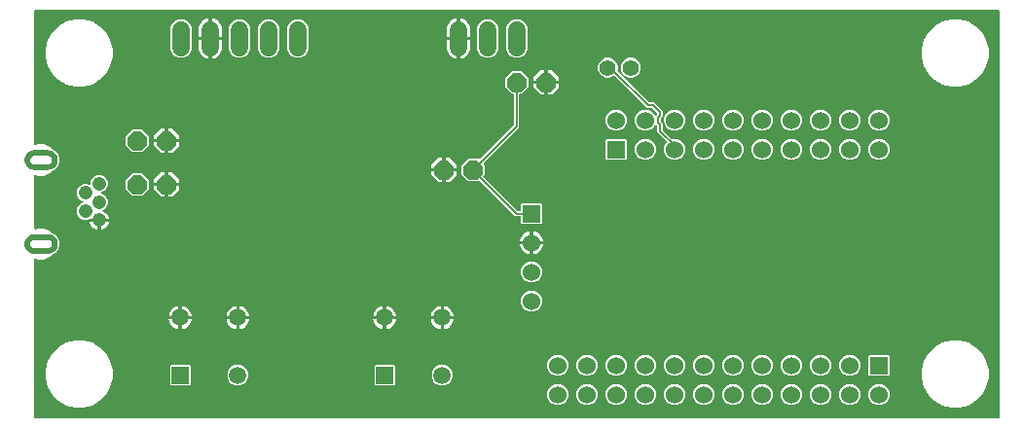
<source format=gbr>
G04 EAGLE Gerber RS-274X export*
G75*
%MOMM*%
%FSLAX34Y34*%
%LPD*%
%INBottom Copper*%
%IPPOS*%
%AMOC8*
5,1,8,0,0,1.08239X$1,22.5*%
G01*
%ADD10C,1.422400*%
%ADD11C,1.208000*%
%ADD12C,1.524000*%
%ADD13R,1.524000X1.524000*%
%ADD14C,1.524000*%
%ADD15R,1.508000X1.508000*%
%ADD16C,1.508000*%
%ADD17P,1.814519X8X22.500000*%
%ADD18P,1.814519X8X202.500000*%
%ADD19C,0.152400*%

G36*
X850920Y11942D02*
X850920Y11942D01*
X850939Y11940D01*
X851041Y11962D01*
X851143Y11979D01*
X851160Y11988D01*
X851180Y11992D01*
X851269Y12045D01*
X851360Y12094D01*
X851374Y12108D01*
X851391Y12118D01*
X851458Y12197D01*
X851530Y12272D01*
X851538Y12290D01*
X851551Y12305D01*
X851590Y12401D01*
X851633Y12495D01*
X851635Y12515D01*
X851643Y12533D01*
X851661Y12700D01*
X851661Y366778D01*
X851658Y366798D01*
X851660Y366817D01*
X851638Y366919D01*
X851621Y367021D01*
X851612Y367038D01*
X851608Y367058D01*
X851555Y367147D01*
X851506Y367238D01*
X851492Y367252D01*
X851482Y367269D01*
X851403Y367336D01*
X851328Y367408D01*
X851310Y367416D01*
X851295Y367429D01*
X851199Y367468D01*
X851105Y367511D01*
X851085Y367513D01*
X851067Y367521D01*
X850900Y367539D01*
X12700Y367539D01*
X12680Y367536D01*
X12661Y367538D01*
X12559Y367516D01*
X12457Y367500D01*
X12440Y367490D01*
X12420Y367486D01*
X12331Y367433D01*
X12240Y367384D01*
X12226Y367370D01*
X12209Y367360D01*
X12142Y367281D01*
X12070Y367206D01*
X12062Y367188D01*
X12049Y367173D01*
X12010Y367077D01*
X11967Y366983D01*
X11965Y366963D01*
X11957Y366945D01*
X11939Y366778D01*
X11939Y250666D01*
X11946Y250621D01*
X11944Y250575D01*
X11966Y250500D01*
X11979Y250423D01*
X12000Y250383D01*
X12013Y250339D01*
X12057Y250275D01*
X12094Y250206D01*
X12127Y250174D01*
X12153Y250137D01*
X12215Y250090D01*
X12272Y250037D01*
X12314Y250017D01*
X12350Y249990D01*
X12424Y249966D01*
X12495Y249933D01*
X12541Y249928D01*
X12584Y249914D01*
X12662Y249914D01*
X12739Y249906D01*
X12784Y249916D01*
X12830Y249916D01*
X12962Y249954D01*
X12980Y249958D01*
X12984Y249961D01*
X12991Y249963D01*
X15063Y250821D01*
X20497Y250821D01*
X25518Y248741D01*
X27787Y246472D01*
X27870Y246412D01*
X27950Y246348D01*
X27974Y246338D01*
X27987Y246328D01*
X28018Y246319D01*
X28089Y246288D01*
X28136Y246233D01*
X28200Y246148D01*
X28214Y246139D01*
X28225Y246126D01*
X28364Y246031D01*
X28610Y245900D01*
X28626Y245894D01*
X28639Y245885D01*
X28742Y245855D01*
X28843Y245820D01*
X28859Y245820D01*
X28875Y245815D01*
X28973Y245814D01*
X29296Y245549D01*
X29316Y245537D01*
X29420Y245466D01*
X29789Y245269D01*
X29822Y245209D01*
X29869Y245113D01*
X29881Y245101D01*
X29889Y245087D01*
X30006Y244966D01*
X30222Y244789D01*
X30236Y244781D01*
X30248Y244769D01*
X30342Y244720D01*
X30435Y244666D01*
X30451Y244663D01*
X30466Y244655D01*
X30562Y244635D01*
X30827Y244312D01*
X30844Y244296D01*
X30932Y244207D01*
X31256Y243941D01*
X31276Y243876D01*
X31304Y243772D01*
X31313Y243758D01*
X31318Y243742D01*
X31409Y243602D01*
X31586Y243386D01*
X31599Y243375D01*
X31608Y243361D01*
X31691Y243294D01*
X31771Y243224D01*
X31787Y243217D01*
X31800Y243207D01*
X31890Y243168D01*
X32086Y242800D01*
X32101Y242781D01*
X32169Y242676D01*
X32435Y242352D01*
X32442Y242284D01*
X32449Y242178D01*
X32455Y242162D01*
X32457Y242145D01*
X32520Y241990D01*
X32651Y241744D01*
X32661Y241730D01*
X32667Y241714D01*
X32736Y241633D01*
X32801Y241548D01*
X32815Y241539D01*
X32825Y241526D01*
X32906Y241471D01*
X33027Y241071D01*
X33038Y241050D01*
X33084Y240933D01*
X33282Y240564D01*
X33275Y240496D01*
X33261Y240390D01*
X33265Y240374D01*
X33263Y240357D01*
X33294Y240192D01*
X33375Y239925D01*
X33382Y239910D01*
X33385Y239893D01*
X33436Y239800D01*
X33483Y239704D01*
X33495Y239692D01*
X33503Y239677D01*
X33572Y239607D01*
X33612Y239192D01*
X33619Y239169D01*
X33642Y239046D01*
X33763Y238645D01*
X33744Y238579D01*
X33709Y238478D01*
X33709Y238461D01*
X33705Y238445D01*
X33703Y238278D01*
X33718Y238124D01*
X33732Y238071D01*
X33736Y238017D01*
X33763Y237953D01*
X33781Y237886D01*
X33811Y237841D01*
X33832Y237791D01*
X33837Y237785D01*
X33845Y237735D01*
X33865Y237697D01*
X33820Y237235D01*
X33821Y237211D01*
X33820Y237085D01*
X33865Y236629D01*
X33855Y236612D01*
X33844Y236559D01*
X33824Y236509D01*
X33823Y236501D01*
X33793Y236460D01*
X33778Y236409D01*
X33752Y236360D01*
X33730Y236253D01*
X33721Y236225D01*
X33721Y236214D01*
X33718Y236196D01*
X33703Y236042D01*
X33704Y236026D01*
X33700Y236009D01*
X33711Y235903D01*
X33718Y235797D01*
X33725Y235781D01*
X33726Y235765D01*
X33763Y235674D01*
X33642Y235274D01*
X33638Y235251D01*
X33612Y235128D01*
X33571Y234712D01*
X33528Y234658D01*
X33458Y234578D01*
X33452Y234563D01*
X33441Y234549D01*
X33375Y234395D01*
X33294Y234128D01*
X33292Y234111D01*
X33285Y234096D01*
X33275Y233990D01*
X33261Y233884D01*
X33265Y233868D01*
X33263Y233851D01*
X33281Y233755D01*
X33084Y233387D01*
X33077Y233364D01*
X33027Y233249D01*
X32906Y232848D01*
X32853Y232804D01*
X32768Y232740D01*
X32759Y232726D01*
X32746Y232715D01*
X32651Y232577D01*
X32520Y232330D01*
X32514Y232314D01*
X32504Y232301D01*
X32475Y232199D01*
X32440Y232098D01*
X32440Y232081D01*
X32435Y232065D01*
X32434Y231967D01*
X32169Y231644D01*
X32157Y231624D01*
X32155Y231619D01*
X32143Y231607D01*
X32136Y231592D01*
X32086Y231520D01*
X31889Y231151D01*
X31829Y231118D01*
X31733Y231071D01*
X31721Y231059D01*
X31707Y231051D01*
X31586Y230934D01*
X31409Y230718D01*
X31401Y230704D01*
X31389Y230692D01*
X31340Y230598D01*
X31286Y230505D01*
X31283Y230489D01*
X31275Y230474D01*
X31255Y230378D01*
X30932Y230113D01*
X30916Y230095D01*
X30827Y230008D01*
X30561Y229684D01*
X30496Y229664D01*
X30392Y229636D01*
X30378Y229627D01*
X30362Y229622D01*
X30222Y229531D01*
X30006Y229354D01*
X29995Y229341D01*
X29981Y229332D01*
X29914Y229249D01*
X29844Y229169D01*
X29837Y229153D01*
X29827Y229140D01*
X29788Y229050D01*
X29420Y228854D01*
X29401Y228839D01*
X29296Y228771D01*
X28972Y228505D01*
X28904Y228498D01*
X28798Y228491D01*
X28782Y228485D01*
X28765Y228483D01*
X28610Y228420D01*
X28363Y228289D01*
X28350Y228279D01*
X28334Y228273D01*
X28253Y228204D01*
X28168Y228139D01*
X28159Y228126D01*
X28146Y228115D01*
X28088Y228030D01*
X28012Y227993D01*
X27918Y227953D01*
X27898Y227937D01*
X27884Y227930D01*
X27861Y227907D01*
X27787Y227848D01*
X25518Y225579D01*
X20497Y223499D01*
X15063Y223499D01*
X12991Y224357D01*
X12947Y224368D01*
X12905Y224387D01*
X12828Y224396D01*
X12752Y224413D01*
X12706Y224409D01*
X12661Y224414D01*
X12584Y224398D01*
X12507Y224390D01*
X12465Y224372D01*
X12420Y224362D01*
X12353Y224322D01*
X12282Y224290D01*
X12248Y224259D01*
X12209Y224236D01*
X12159Y224177D01*
X12101Y224124D01*
X12079Y224084D01*
X12049Y224049D01*
X12020Y223977D01*
X11983Y223908D01*
X11974Y223863D01*
X11957Y223821D01*
X11942Y223685D01*
X11939Y223666D01*
X11940Y223661D01*
X11939Y223654D01*
X11939Y177666D01*
X11946Y177621D01*
X11944Y177575D01*
X11966Y177500D01*
X11979Y177423D01*
X12000Y177383D01*
X12013Y177339D01*
X12057Y177275D01*
X12094Y177206D01*
X12127Y177174D01*
X12153Y177137D01*
X12215Y177090D01*
X12272Y177037D01*
X12314Y177017D01*
X12350Y176990D01*
X12424Y176966D01*
X12495Y176933D01*
X12541Y176928D01*
X12584Y176914D01*
X12662Y176914D01*
X12739Y176906D01*
X12784Y176916D01*
X12830Y176916D01*
X12962Y176954D01*
X12980Y176958D01*
X12984Y176961D01*
X12991Y176963D01*
X15063Y177821D01*
X20497Y177821D01*
X25518Y175741D01*
X27787Y173472D01*
X27870Y173412D01*
X27950Y173348D01*
X27974Y173338D01*
X27987Y173328D01*
X28018Y173319D01*
X28089Y173288D01*
X28136Y173233D01*
X28200Y173148D01*
X28214Y173139D01*
X28225Y173126D01*
X28364Y173031D01*
X28610Y172900D01*
X28626Y172894D01*
X28639Y172885D01*
X28742Y172855D01*
X28843Y172820D01*
X28859Y172820D01*
X28875Y172815D01*
X28973Y172814D01*
X29296Y172549D01*
X29316Y172537D01*
X29420Y172466D01*
X29786Y172271D01*
X29812Y172227D01*
X29822Y172209D01*
X29869Y172113D01*
X29881Y172101D01*
X29889Y172087D01*
X30006Y171966D01*
X30222Y171789D01*
X30236Y171781D01*
X30248Y171769D01*
X30342Y171720D01*
X30435Y171666D01*
X30451Y171663D01*
X30466Y171655D01*
X30562Y171635D01*
X30827Y171312D01*
X30828Y171311D01*
X30828Y171310D01*
X30845Y171296D01*
X30932Y171207D01*
X31256Y170941D01*
X31276Y170876D01*
X31304Y170772D01*
X31313Y170758D01*
X31318Y170742D01*
X31409Y170602D01*
X31586Y170386D01*
X31599Y170375D01*
X31608Y170361D01*
X31691Y170294D01*
X31771Y170224D01*
X31787Y170217D01*
X31800Y170207D01*
X31890Y170168D01*
X32086Y169800D01*
X32101Y169781D01*
X32169Y169676D01*
X32435Y169352D01*
X32442Y169284D01*
X32449Y169178D01*
X32455Y169162D01*
X32457Y169145D01*
X32520Y168990D01*
X32651Y168744D01*
X32661Y168730D01*
X32667Y168714D01*
X32736Y168633D01*
X32801Y168548D01*
X32815Y168539D01*
X32825Y168526D01*
X32906Y168471D01*
X33027Y168071D01*
X33038Y168050D01*
X33084Y167933D01*
X33282Y167564D01*
X33275Y167496D01*
X33261Y167390D01*
X33265Y167374D01*
X33263Y167357D01*
X33294Y167192D01*
X33375Y166925D01*
X33382Y166910D01*
X33385Y166893D01*
X33436Y166800D01*
X33483Y166704D01*
X33495Y166692D01*
X33503Y166677D01*
X33572Y166607D01*
X33612Y166192D01*
X33619Y166169D01*
X33642Y166046D01*
X33763Y165645D01*
X33744Y165579D01*
X33709Y165478D01*
X33709Y165461D01*
X33705Y165445D01*
X33703Y165278D01*
X33718Y165124D01*
X33732Y165071D01*
X33736Y165017D01*
X33763Y164953D01*
X33781Y164886D01*
X33811Y164841D01*
X33832Y164791D01*
X33837Y164785D01*
X33845Y164735D01*
X33865Y164697D01*
X33820Y164235D01*
X33821Y164211D01*
X33821Y164155D01*
X33820Y164149D01*
X33821Y164147D01*
X33820Y164085D01*
X33865Y163629D01*
X33855Y163612D01*
X33844Y163559D01*
X33824Y163509D01*
X33823Y163501D01*
X33793Y163460D01*
X33778Y163409D01*
X33752Y163360D01*
X33730Y163253D01*
X33721Y163225D01*
X33721Y163214D01*
X33718Y163196D01*
X33703Y163042D01*
X33704Y163026D01*
X33700Y163009D01*
X33711Y162903D01*
X33718Y162797D01*
X33725Y162781D01*
X33726Y162765D01*
X33763Y162674D01*
X33642Y162274D01*
X33638Y162251D01*
X33612Y162128D01*
X33571Y161712D01*
X33528Y161658D01*
X33458Y161578D01*
X33452Y161563D01*
X33441Y161549D01*
X33375Y161395D01*
X33294Y161128D01*
X33292Y161111D01*
X33285Y161096D01*
X33275Y160990D01*
X33261Y160884D01*
X33265Y160868D01*
X33263Y160851D01*
X33281Y160755D01*
X33084Y160387D01*
X33076Y160364D01*
X33027Y160249D01*
X32906Y159848D01*
X32853Y159804D01*
X32768Y159740D01*
X32759Y159726D01*
X32746Y159715D01*
X32651Y159576D01*
X32520Y159330D01*
X32514Y159315D01*
X32505Y159301D01*
X32475Y159198D01*
X32440Y159098D01*
X32440Y159081D01*
X32435Y159065D01*
X32434Y158967D01*
X32169Y158644D01*
X32157Y158623D01*
X32086Y158520D01*
X31889Y158151D01*
X31829Y158118D01*
X31733Y158071D01*
X31721Y158059D01*
X31707Y158051D01*
X31587Y157934D01*
X31409Y157718D01*
X31401Y157704D01*
X31389Y157692D01*
X31340Y157597D01*
X31286Y157505D01*
X31283Y157489D01*
X31275Y157474D01*
X31255Y157378D01*
X30932Y157113D01*
X30916Y157096D01*
X30827Y157008D01*
X30561Y156684D01*
X30496Y156664D01*
X30392Y156636D01*
X30378Y156627D01*
X30362Y156622D01*
X30222Y156531D01*
X30006Y156354D01*
X29995Y156341D01*
X29981Y156332D01*
X29914Y156249D01*
X29844Y156169D01*
X29837Y156153D01*
X29827Y156140D01*
X29788Y156050D01*
X29420Y155854D01*
X29401Y155839D01*
X29296Y155771D01*
X28972Y155505D01*
X28904Y155498D01*
X28798Y155491D01*
X28782Y155485D01*
X28765Y155483D01*
X28610Y155420D01*
X28364Y155289D01*
X28350Y155279D01*
X28334Y155273D01*
X28253Y155204D01*
X28168Y155139D01*
X28159Y155125D01*
X28146Y155115D01*
X28088Y155030D01*
X28012Y154993D01*
X27918Y154953D01*
X27898Y154937D01*
X27884Y154930D01*
X27861Y154907D01*
X27856Y154903D01*
X27848Y154899D01*
X27840Y154890D01*
X27787Y154848D01*
X25518Y152579D01*
X20497Y150499D01*
X15063Y150499D01*
X12991Y151357D01*
X12947Y151368D01*
X12905Y151387D01*
X12828Y151396D01*
X12752Y151413D01*
X12706Y151409D01*
X12661Y151414D01*
X12584Y151398D01*
X12507Y151390D01*
X12465Y151372D01*
X12420Y151362D01*
X12353Y151322D01*
X12282Y151290D01*
X12248Y151259D01*
X12209Y151236D01*
X12159Y151177D01*
X12101Y151124D01*
X12079Y151084D01*
X12049Y151049D01*
X12020Y150977D01*
X11983Y150908D01*
X11974Y150863D01*
X11957Y150821D01*
X11942Y150685D01*
X11939Y150666D01*
X11940Y150661D01*
X11939Y150654D01*
X11939Y12700D01*
X11942Y12680D01*
X11940Y12661D01*
X11962Y12559D01*
X11979Y12457D01*
X11988Y12440D01*
X11992Y12420D01*
X12045Y12331D01*
X12094Y12240D01*
X12108Y12226D01*
X12118Y12209D01*
X12197Y12142D01*
X12272Y12071D01*
X12290Y12062D01*
X12305Y12049D01*
X12401Y12010D01*
X12495Y11967D01*
X12515Y11965D01*
X12533Y11957D01*
X12700Y11939D01*
X850900Y11939D01*
X850920Y11942D01*
G37*
%LPC*%
G36*
X808954Y300989D02*
X808954Y300989D01*
X801525Y302980D01*
X794864Y306826D01*
X789426Y312264D01*
X785580Y318925D01*
X783589Y326354D01*
X783589Y334046D01*
X785580Y341475D01*
X789426Y348136D01*
X794864Y353574D01*
X801525Y357420D01*
X808954Y359411D01*
X816646Y359411D01*
X824075Y357420D01*
X830736Y353574D01*
X836174Y348136D01*
X840020Y341475D01*
X842011Y334046D01*
X842011Y326354D01*
X840020Y318925D01*
X836174Y312264D01*
X830736Y306826D01*
X824075Y302980D01*
X816646Y300989D01*
X808954Y300989D01*
G37*
%LPD*%
%LPC*%
G36*
X46954Y300989D02*
X46954Y300989D01*
X39525Y302980D01*
X32864Y306826D01*
X27426Y312264D01*
X23580Y318925D01*
X21589Y326354D01*
X21589Y334046D01*
X23580Y341475D01*
X27426Y348136D01*
X32864Y353574D01*
X39525Y357420D01*
X46954Y359411D01*
X54646Y359411D01*
X62075Y357420D01*
X68736Y353574D01*
X74174Y348136D01*
X78020Y341475D01*
X80011Y334046D01*
X80011Y326354D01*
X78020Y318925D01*
X74174Y312264D01*
X68736Y306826D01*
X62075Y302980D01*
X54646Y300989D01*
X46954Y300989D01*
G37*
%LPD*%
%LPC*%
G36*
X808954Y21589D02*
X808954Y21589D01*
X801525Y23580D01*
X794864Y27426D01*
X789426Y32864D01*
X785580Y39525D01*
X783589Y46954D01*
X783589Y54646D01*
X785580Y62075D01*
X789426Y68736D01*
X794864Y74174D01*
X801525Y78020D01*
X808954Y80011D01*
X816646Y80011D01*
X824075Y78020D01*
X830736Y74174D01*
X836174Y68736D01*
X840020Y62075D01*
X842011Y54646D01*
X842011Y46954D01*
X840020Y39525D01*
X836174Y32864D01*
X830736Y27426D01*
X824075Y23580D01*
X816646Y21589D01*
X808954Y21589D01*
G37*
%LPD*%
%LPC*%
G36*
X46954Y21589D02*
X46954Y21589D01*
X39525Y23580D01*
X32864Y27426D01*
X27426Y32864D01*
X23580Y39525D01*
X21589Y46954D01*
X21589Y54646D01*
X23580Y62075D01*
X27426Y68736D01*
X32864Y74174D01*
X39525Y78020D01*
X46954Y80011D01*
X54646Y80011D01*
X62075Y78020D01*
X68736Y74174D01*
X74174Y68736D01*
X78020Y62075D01*
X80011Y54646D01*
X80011Y46954D01*
X78020Y39525D01*
X74174Y32864D01*
X68736Y27426D01*
X62075Y23580D01*
X54646Y21589D01*
X46954Y21589D01*
G37*
%LPD*%
%LPC*%
G36*
X436248Y181355D02*
X436248Y181355D01*
X435355Y182248D01*
X435355Y187452D01*
X435352Y187472D01*
X435354Y187491D01*
X435332Y187593D01*
X435316Y187695D01*
X435306Y187712D01*
X435302Y187732D01*
X435249Y187821D01*
X435200Y187912D01*
X435186Y187926D01*
X435176Y187943D01*
X435097Y188010D01*
X435022Y188082D01*
X435004Y188090D01*
X434989Y188103D01*
X434893Y188142D01*
X434799Y188185D01*
X434779Y188187D01*
X434761Y188195D01*
X434594Y188213D01*
X430345Y188213D01*
X399372Y219186D01*
X399356Y219197D01*
X399344Y219213D01*
X399256Y219269D01*
X399173Y219329D01*
X399154Y219335D01*
X399137Y219346D01*
X399036Y219371D01*
X398938Y219402D01*
X398918Y219401D01*
X398898Y219406D01*
X398795Y219398D01*
X398692Y219395D01*
X398673Y219388D01*
X398653Y219387D01*
X398558Y219346D01*
X398461Y219311D01*
X398445Y219298D01*
X398427Y219290D01*
X398296Y219186D01*
X397804Y218693D01*
X389596Y218693D01*
X383793Y224496D01*
X383793Y232704D01*
X389596Y238507D01*
X397804Y238507D01*
X398296Y238014D01*
X398312Y238003D01*
X398325Y237987D01*
X398412Y237931D01*
X398496Y237871D01*
X398515Y237865D01*
X398531Y237854D01*
X398632Y237829D01*
X398731Y237798D01*
X398751Y237799D01*
X398770Y237794D01*
X398873Y237802D01*
X398977Y237805D01*
X398995Y237812D01*
X399015Y237813D01*
X399110Y237854D01*
X399208Y237889D01*
X399223Y237902D01*
X399241Y237910D01*
X399372Y238014D01*
X428782Y267424D01*
X428835Y267498D01*
X428895Y267568D01*
X428907Y267598D01*
X428926Y267624D01*
X428953Y267711D01*
X428987Y267796D01*
X428991Y267837D01*
X428998Y267859D01*
X428997Y267891D01*
X429005Y267963D01*
X429005Y294132D01*
X429002Y294152D01*
X429004Y294171D01*
X428982Y294273D01*
X428966Y294375D01*
X428956Y294392D01*
X428952Y294412D01*
X428899Y294501D01*
X428850Y294592D01*
X428836Y294606D01*
X428826Y294623D01*
X428747Y294690D01*
X428672Y294762D01*
X428654Y294770D01*
X428639Y294783D01*
X428543Y294822D01*
X428449Y294865D01*
X428429Y294867D01*
X428411Y294875D01*
X428244Y294893D01*
X427696Y294893D01*
X421893Y300696D01*
X421893Y308904D01*
X427696Y314707D01*
X435904Y314707D01*
X441707Y308904D01*
X441707Y300696D01*
X435904Y294893D01*
X434340Y294893D01*
X434320Y294890D01*
X434301Y294892D01*
X434199Y294870D01*
X434097Y294854D01*
X434080Y294844D01*
X434060Y294840D01*
X433971Y294787D01*
X433880Y294738D01*
X433866Y294724D01*
X433849Y294714D01*
X433782Y294635D01*
X433710Y294560D01*
X433702Y294542D01*
X433689Y294527D01*
X433650Y294431D01*
X433607Y294337D01*
X433605Y294317D01*
X433597Y294299D01*
X433579Y294132D01*
X433579Y265753D01*
X402606Y234780D01*
X402595Y234764D01*
X402579Y234752D01*
X402523Y234664D01*
X402463Y234581D01*
X402457Y234562D01*
X402446Y234545D01*
X402421Y234444D01*
X402390Y234346D01*
X402391Y234326D01*
X402386Y234306D01*
X402394Y234203D01*
X402397Y234100D01*
X402404Y234081D01*
X402405Y234061D01*
X402446Y233966D01*
X402481Y233869D01*
X402494Y233853D01*
X402502Y233835D01*
X402576Y233742D01*
X402581Y233733D01*
X402587Y233728D01*
X402606Y233704D01*
X403607Y232704D01*
X403607Y224496D01*
X402606Y223496D01*
X402595Y223480D01*
X402579Y223467D01*
X402523Y223380D01*
X402463Y223296D01*
X402457Y223277D01*
X402446Y223261D01*
X402421Y223160D01*
X402390Y223061D01*
X402391Y223041D01*
X402386Y223022D01*
X402394Y222919D01*
X402397Y222815D01*
X402404Y222797D01*
X402405Y222777D01*
X402446Y222682D01*
X402481Y222584D01*
X402494Y222569D01*
X402502Y222551D01*
X402606Y222420D01*
X432016Y193010D01*
X432090Y192957D01*
X432160Y192897D01*
X432190Y192885D01*
X432216Y192866D01*
X432303Y192839D01*
X432388Y192805D01*
X432429Y192801D01*
X432451Y192794D01*
X432483Y192795D01*
X432555Y192787D01*
X434594Y192787D01*
X434614Y192790D01*
X434633Y192788D01*
X434735Y192810D01*
X434837Y192826D01*
X434854Y192836D01*
X434874Y192840D01*
X434963Y192893D01*
X435054Y192942D01*
X435068Y192956D01*
X435085Y192966D01*
X435152Y193045D01*
X435224Y193120D01*
X435232Y193138D01*
X435245Y193153D01*
X435284Y193249D01*
X435327Y193343D01*
X435329Y193363D01*
X435337Y193381D01*
X435355Y193548D01*
X435355Y198752D01*
X436248Y199645D01*
X452752Y199645D01*
X453645Y198752D01*
X453645Y182248D01*
X452752Y181355D01*
X436248Y181355D01*
G37*
%LPD*%
%LPC*%
G36*
X567141Y237235D02*
X567141Y237235D01*
X563780Y238627D01*
X561207Y241200D01*
X559815Y244561D01*
X559815Y248199D01*
X561207Y251560D01*
X561862Y252215D01*
X561874Y252231D01*
X561890Y252244D01*
X561946Y252331D01*
X562006Y252415D01*
X562012Y252434D01*
X562023Y252451D01*
X562048Y252551D01*
X562078Y252650D01*
X562078Y252670D01*
X562083Y252689D01*
X562075Y252792D01*
X562072Y252896D01*
X562065Y252915D01*
X562064Y252934D01*
X562023Y253029D01*
X561988Y253127D01*
X561975Y253142D01*
X561967Y253161D01*
X561862Y253292D01*
X553973Y261181D01*
X553973Y266961D01*
X553970Y266980D01*
X553972Y266997D01*
X553958Y267065D01*
X553951Y267142D01*
X553939Y267172D01*
X553934Y267204D01*
X553923Y267225D01*
X553920Y267237D01*
X553889Y267289D01*
X553855Y267369D01*
X553829Y267401D01*
X553818Y267422D01*
X553799Y267441D01*
X553794Y267448D01*
X553786Y267455D01*
X553750Y267500D01*
X553096Y268154D01*
X553058Y268181D01*
X553027Y268215D01*
X552959Y268253D01*
X552896Y268298D01*
X552852Y268311D01*
X552812Y268334D01*
X552735Y268347D01*
X552661Y268370D01*
X552615Y268369D01*
X552570Y268377D01*
X552493Y268366D01*
X552415Y268364D01*
X552372Y268348D01*
X552326Y268341D01*
X552257Y268306D01*
X552184Y268279D01*
X552148Y268251D01*
X552107Y268230D01*
X552053Y268174D01*
X551992Y268126D01*
X551967Y268087D01*
X551935Y268054D01*
X551869Y267935D01*
X551859Y267919D01*
X551858Y267914D01*
X551854Y267907D01*
X551313Y266600D01*
X548740Y264027D01*
X545379Y262635D01*
X541741Y262635D01*
X538380Y264027D01*
X535807Y266600D01*
X534415Y269961D01*
X534415Y273599D01*
X535807Y276960D01*
X538380Y279533D01*
X541741Y280925D01*
X545379Y280925D01*
X548740Y279533D01*
X551313Y276960D01*
X551705Y276012D01*
X551729Y275973D01*
X551745Y275930D01*
X551794Y275869D01*
X551835Y275803D01*
X551870Y275773D01*
X551899Y275738D01*
X551964Y275696D01*
X552024Y275646D01*
X552067Y275629D01*
X552106Y275605D01*
X552181Y275586D01*
X552254Y275558D01*
X552300Y275556D01*
X552344Y275545D01*
X552422Y275551D01*
X552500Y275547D01*
X552544Y275560D01*
X552590Y275564D01*
X552661Y275594D01*
X552736Y275616D01*
X552774Y275642D01*
X552816Y275660D01*
X552923Y275745D01*
X552938Y275756D01*
X552941Y275760D01*
X552947Y275765D01*
X553750Y276568D01*
X553803Y276642D01*
X553863Y276712D01*
X553875Y276742D01*
X553894Y276768D01*
X553921Y276855D01*
X553955Y276940D01*
X553959Y276981D01*
X553966Y277003D01*
X553965Y277035D01*
X553973Y277107D01*
X553973Y277629D01*
X553971Y277643D01*
X553972Y277654D01*
X553960Y277712D01*
X553959Y277720D01*
X553951Y277810D01*
X553939Y277840D01*
X553934Y277872D01*
X553891Y277953D01*
X553855Y278037D01*
X553829Y278069D01*
X553818Y278090D01*
X553795Y278112D01*
X553750Y278168D01*
X549440Y282478D01*
X549366Y282531D01*
X549296Y282591D01*
X549266Y282603D01*
X549240Y282622D01*
X549153Y282649D01*
X549068Y282683D01*
X549027Y282687D01*
X549005Y282694D01*
X548973Y282693D01*
X548901Y282701D01*
X544645Y282701D01*
X543082Y284264D01*
X516918Y310428D01*
X516902Y310439D01*
X516890Y310455D01*
X516802Y310511D01*
X516719Y310571D01*
X516700Y310577D01*
X516683Y310588D01*
X516583Y310613D01*
X516484Y310644D01*
X516464Y310643D01*
X516444Y310648D01*
X516341Y310640D01*
X516238Y310637D01*
X516219Y310630D01*
X516199Y310629D01*
X516104Y310588D01*
X516007Y310553D01*
X515991Y310540D01*
X515973Y310532D01*
X515842Y310428D01*
X515592Y310178D01*
X512418Y308863D01*
X508982Y308863D01*
X505808Y310178D01*
X503378Y312608D01*
X502063Y315782D01*
X502063Y319218D01*
X503378Y322392D01*
X505808Y324822D01*
X508982Y326137D01*
X512418Y326137D01*
X515592Y324822D01*
X518022Y322392D01*
X519337Y319218D01*
X519337Y315782D01*
X519149Y315329D01*
X519123Y315216D01*
X519094Y315102D01*
X519094Y315096D01*
X519093Y315090D01*
X519104Y314973D01*
X519113Y314857D01*
X519116Y314851D01*
X519116Y314845D01*
X519164Y314737D01*
X519209Y314631D01*
X519214Y314625D01*
X519216Y314620D01*
X519229Y314606D01*
X519314Y314500D01*
X546316Y287498D01*
X546390Y287445D01*
X546460Y287385D01*
X546490Y287373D01*
X546516Y287354D01*
X546603Y287327D01*
X546688Y287293D01*
X546729Y287289D01*
X546751Y287282D01*
X546783Y287283D01*
X546855Y287275D01*
X551111Y287275D01*
X558547Y279839D01*
X558547Y274897D01*
X557246Y273596D01*
X557193Y273522D01*
X557133Y273452D01*
X557121Y273422D01*
X557102Y273396D01*
X557075Y273309D01*
X557064Y273281D01*
X557051Y273253D01*
X557050Y273247D01*
X557041Y273224D01*
X557037Y273183D01*
X557030Y273161D01*
X557031Y273129D01*
X557023Y273057D01*
X557023Y271011D01*
X557037Y270920D01*
X557045Y270830D01*
X557057Y270800D01*
X557062Y270768D01*
X557105Y270687D01*
X557141Y270603D01*
X557167Y270571D01*
X557178Y270550D01*
X557201Y270528D01*
X557246Y270472D01*
X558547Y269171D01*
X558547Y263391D01*
X558561Y263300D01*
X558569Y263210D01*
X558581Y263180D01*
X558586Y263148D01*
X558629Y263067D01*
X558665Y262983D01*
X558691Y262951D01*
X558702Y262930D01*
X558725Y262908D01*
X558770Y262852D01*
X566043Y255579D01*
X566139Y255510D01*
X566232Y255441D01*
X566238Y255439D01*
X566243Y255435D01*
X566355Y255401D01*
X566466Y255365D01*
X566472Y255365D01*
X566478Y255363D01*
X566595Y255366D01*
X566712Y255367D01*
X566719Y255369D01*
X566724Y255369D01*
X566741Y255376D01*
X566873Y255414D01*
X567141Y255525D01*
X570779Y255525D01*
X574140Y254133D01*
X576713Y251560D01*
X578105Y248199D01*
X578105Y244561D01*
X576713Y241200D01*
X574140Y238627D01*
X570779Y237235D01*
X567141Y237235D01*
G37*
%LPD*%
%LPC*%
G36*
X68279Y184659D02*
X68279Y184659D01*
X68279Y185422D01*
X68276Y185442D01*
X68278Y185461D01*
X68256Y185563D01*
X68239Y185665D01*
X68230Y185682D01*
X68226Y185702D01*
X68173Y185791D01*
X68124Y185882D01*
X68110Y185896D01*
X68100Y185913D01*
X68021Y185980D01*
X67946Y186051D01*
X67928Y186060D01*
X67913Y186073D01*
X67817Y186112D01*
X67723Y186155D01*
X67703Y186157D01*
X67685Y186165D01*
X67518Y186183D01*
X60563Y186183D01*
X60498Y186173D01*
X60432Y186172D01*
X60352Y186149D01*
X60320Y186143D01*
X60303Y186134D01*
X60271Y186125D01*
X57785Y185095D01*
X54775Y185095D01*
X51995Y186247D01*
X49867Y188375D01*
X48715Y191155D01*
X48715Y194165D01*
X49867Y196945D01*
X51995Y199073D01*
X54128Y199957D01*
X54189Y199995D01*
X54255Y200024D01*
X54293Y200059D01*
X54337Y200086D01*
X54383Y200142D01*
X54436Y200190D01*
X54461Y200236D01*
X54494Y200276D01*
X54520Y200343D01*
X54554Y200406D01*
X54564Y200457D01*
X54582Y200505D01*
X54585Y200577D01*
X54598Y200648D01*
X54590Y200699D01*
X54593Y200751D01*
X54573Y200820D01*
X54562Y200891D01*
X54539Y200937D01*
X54524Y200987D01*
X54483Y201046D01*
X54451Y201110D01*
X54414Y201147D01*
X54384Y201189D01*
X54326Y201232D01*
X54275Y201282D01*
X54212Y201317D01*
X54187Y201336D01*
X54164Y201343D01*
X54128Y201363D01*
X51995Y202247D01*
X49867Y204375D01*
X48715Y207155D01*
X48715Y210165D01*
X49867Y212945D01*
X51995Y215073D01*
X54775Y216225D01*
X57785Y216225D01*
X59663Y215447D01*
X59707Y215436D01*
X59749Y215417D01*
X59826Y215408D01*
X59902Y215391D01*
X59948Y215395D01*
X59993Y215390D01*
X60070Y215406D01*
X60147Y215414D01*
X60189Y215432D01*
X60234Y215442D01*
X60301Y215482D01*
X60372Y215514D01*
X60406Y215545D01*
X60445Y215568D01*
X60496Y215627D01*
X60553Y215680D01*
X60575Y215720D01*
X60605Y215755D01*
X60634Y215827D01*
X60671Y215896D01*
X60680Y215941D01*
X60697Y215983D01*
X60712Y216119D01*
X60715Y216138D01*
X60714Y216143D01*
X60715Y216150D01*
X60715Y218165D01*
X61867Y220945D01*
X63995Y223073D01*
X66775Y224225D01*
X69785Y224225D01*
X72565Y223073D01*
X74693Y220945D01*
X75845Y218165D01*
X75845Y215155D01*
X74693Y212375D01*
X72565Y210247D01*
X70432Y209363D01*
X70371Y209325D01*
X70305Y209296D01*
X70267Y209261D01*
X70223Y209234D01*
X70177Y209178D01*
X70124Y209130D01*
X70099Y209084D01*
X70066Y209044D01*
X70040Y208977D01*
X70006Y208914D01*
X69996Y208863D01*
X69978Y208815D01*
X69975Y208743D01*
X69962Y208672D01*
X69970Y208621D01*
X69967Y208569D01*
X69987Y208500D01*
X69998Y208429D01*
X70021Y208383D01*
X70036Y208333D01*
X70077Y208274D01*
X70109Y208210D01*
X70146Y208173D01*
X70176Y208131D01*
X70234Y208088D01*
X70285Y208038D01*
X70348Y208003D01*
X70373Y207984D01*
X70396Y207977D01*
X70432Y207957D01*
X72565Y207073D01*
X74693Y204945D01*
X75845Y202165D01*
X75845Y199155D01*
X74693Y196375D01*
X72565Y194247D01*
X71759Y193913D01*
X71698Y193875D01*
X71633Y193846D01*
X71594Y193811D01*
X71550Y193784D01*
X71504Y193728D01*
X71452Y193680D01*
X71427Y193634D01*
X71393Y193594D01*
X71368Y193527D01*
X71333Y193464D01*
X71324Y193413D01*
X71305Y193364D01*
X71302Y193293D01*
X71289Y193222D01*
X71297Y193171D01*
X71295Y193119D01*
X71315Y193050D01*
X71325Y192979D01*
X71349Y192932D01*
X71363Y192882D01*
X71404Y192824D01*
X71437Y192760D01*
X71474Y192723D01*
X71504Y192680D01*
X71561Y192638D01*
X71612Y192587D01*
X71675Y192553D01*
X71701Y192534D01*
X71723Y192526D01*
X71759Y192507D01*
X72345Y192264D01*
X73750Y191325D01*
X74945Y190130D01*
X75884Y188725D01*
X76531Y187163D01*
X76726Y186183D01*
X69042Y186183D01*
X69022Y186180D01*
X69003Y186182D01*
X68901Y186160D01*
X68799Y186143D01*
X68782Y186134D01*
X68762Y186130D01*
X68673Y186077D01*
X68582Y186028D01*
X68568Y186014D01*
X68551Y186004D01*
X68484Y185925D01*
X68413Y185850D01*
X68404Y185832D01*
X68391Y185817D01*
X68353Y185721D01*
X68309Y185627D01*
X68307Y185607D01*
X68299Y185589D01*
X68281Y185422D01*
X68281Y184659D01*
X68279Y184659D01*
G37*
%LPD*%
%LPC*%
G36*
X404581Y326135D02*
X404581Y326135D01*
X401220Y327527D01*
X398647Y330100D01*
X397255Y333461D01*
X397255Y352339D01*
X398647Y355700D01*
X401220Y358273D01*
X404581Y359665D01*
X408219Y359665D01*
X411580Y358273D01*
X414153Y355700D01*
X415545Y352339D01*
X415545Y333461D01*
X414153Y330100D01*
X411580Y327527D01*
X408219Y326135D01*
X404581Y326135D01*
G37*
%LPD*%
%LPC*%
G36*
X137881Y326135D02*
X137881Y326135D01*
X134520Y327527D01*
X131947Y330100D01*
X130555Y333461D01*
X130555Y352339D01*
X131947Y355700D01*
X134520Y358273D01*
X137881Y359665D01*
X141519Y359665D01*
X144880Y358273D01*
X147453Y355700D01*
X148845Y352339D01*
X148845Y333461D01*
X147453Y330100D01*
X144880Y327527D01*
X141519Y326135D01*
X137881Y326135D01*
G37*
%LPD*%
%LPC*%
G36*
X214081Y326135D02*
X214081Y326135D01*
X210720Y327527D01*
X208147Y330100D01*
X206755Y333461D01*
X206755Y352339D01*
X208147Y355700D01*
X210720Y358273D01*
X214081Y359665D01*
X217719Y359665D01*
X221080Y358273D01*
X223653Y355700D01*
X225045Y352339D01*
X225045Y333461D01*
X223653Y330100D01*
X221080Y327527D01*
X217719Y326135D01*
X214081Y326135D01*
G37*
%LPD*%
%LPC*%
G36*
X239481Y326135D02*
X239481Y326135D01*
X236120Y327527D01*
X233547Y330100D01*
X232155Y333461D01*
X232155Y352339D01*
X233547Y355700D01*
X236120Y358273D01*
X239481Y359665D01*
X243119Y359665D01*
X246480Y358273D01*
X249053Y355700D01*
X250445Y352339D01*
X250445Y333461D01*
X249053Y330100D01*
X246480Y327527D01*
X243119Y326135D01*
X239481Y326135D01*
G37*
%LPD*%
%LPC*%
G36*
X429981Y326135D02*
X429981Y326135D01*
X426620Y327527D01*
X424047Y330100D01*
X422655Y333461D01*
X422655Y352339D01*
X424047Y355700D01*
X426620Y358273D01*
X429981Y359665D01*
X433619Y359665D01*
X436980Y358273D01*
X439553Y355700D01*
X440945Y352339D01*
X440945Y333461D01*
X439553Y330100D01*
X436980Y327527D01*
X433619Y326135D01*
X429981Y326135D01*
G37*
%LPD*%
%LPC*%
G36*
X188681Y326135D02*
X188681Y326135D01*
X185320Y327527D01*
X182747Y330100D01*
X181355Y333461D01*
X181355Y352339D01*
X182747Y355700D01*
X185320Y358273D01*
X188681Y359665D01*
X192319Y359665D01*
X195680Y358273D01*
X198253Y355700D01*
X199645Y352339D01*
X199645Y333461D01*
X198253Y330100D01*
X195680Y327527D01*
X192319Y326135D01*
X188681Y326135D01*
G37*
%LPD*%
G36*
X23780Y228655D02*
X23780Y228655D01*
X25439Y228819D01*
X25440Y228819D01*
X27034Y229303D01*
X27035Y229303D01*
X28505Y230088D01*
X28505Y230089D01*
X29793Y231146D01*
X29794Y231147D01*
X30851Y232435D01*
X30852Y232435D01*
X31637Y233905D01*
X31637Y233906D01*
X31638Y233906D01*
X32121Y235500D01*
X32121Y235501D01*
X32285Y237160D01*
X32284Y237160D01*
X32285Y237160D01*
X32121Y238819D01*
X32121Y238820D01*
X31638Y240414D01*
X31637Y240415D01*
X30852Y241885D01*
X30851Y241885D01*
X29794Y243173D01*
X29793Y243174D01*
X28505Y244231D01*
X28505Y244232D01*
X27035Y245017D01*
X27034Y245017D01*
X27034Y245018D01*
X25440Y245501D01*
X25439Y245501D01*
X23780Y245665D01*
X11780Y245665D01*
X10121Y245501D01*
X10120Y245501D01*
X8526Y245018D01*
X8525Y245017D01*
X7055Y244232D01*
X7055Y244231D01*
X5767Y243174D01*
X5767Y243173D01*
X5766Y243173D01*
X4709Y241885D01*
X4708Y241885D01*
X3923Y240415D01*
X3923Y240414D01*
X3439Y238820D01*
X3439Y238819D01*
X3275Y237160D01*
X3276Y237160D01*
X3275Y237160D01*
X3439Y235501D01*
X3439Y235500D01*
X3923Y233906D01*
X3923Y233905D01*
X4708Y232435D01*
X4709Y232435D01*
X5766Y231147D01*
X5767Y231147D01*
X5767Y231146D01*
X7055Y230089D01*
X7055Y230088D01*
X8525Y229303D01*
X8526Y229303D01*
X10120Y228819D01*
X10121Y228819D01*
X11780Y228655D01*
X23780Y228655D01*
X23780Y228655D01*
G37*
G36*
X23780Y155655D02*
X23780Y155655D01*
X25439Y155819D01*
X25440Y155819D01*
X27034Y156303D01*
X27035Y156303D01*
X28505Y157088D01*
X28505Y157089D01*
X29793Y158146D01*
X29794Y158147D01*
X30851Y159435D01*
X30852Y159435D01*
X31637Y160905D01*
X31637Y160906D01*
X31638Y160906D01*
X32121Y162500D01*
X32121Y162501D01*
X32285Y164160D01*
X32284Y164160D01*
X32285Y164160D01*
X32121Y165819D01*
X32121Y165820D01*
X31638Y167414D01*
X31637Y167415D01*
X30852Y168885D01*
X30851Y168885D01*
X29794Y170173D01*
X29793Y170174D01*
X28505Y171231D01*
X28505Y171232D01*
X27035Y172017D01*
X27034Y172017D01*
X27034Y172018D01*
X25440Y172501D01*
X25439Y172501D01*
X23780Y172665D01*
X11780Y172665D01*
X10121Y172501D01*
X10120Y172501D01*
X8526Y172018D01*
X8525Y172017D01*
X7055Y171232D01*
X7055Y171231D01*
X5767Y170174D01*
X5767Y170173D01*
X5766Y170173D01*
X4709Y168885D01*
X4708Y168885D01*
X3923Y167415D01*
X3923Y167414D01*
X3439Y165820D01*
X3439Y165819D01*
X3275Y164160D01*
X3276Y164160D01*
X3275Y164160D01*
X3439Y162501D01*
X3439Y162500D01*
X3923Y160906D01*
X3923Y160905D01*
X4708Y159435D01*
X4709Y159435D01*
X5766Y158147D01*
X5767Y158147D01*
X5767Y158146D01*
X7055Y157089D01*
X7055Y157088D01*
X8525Y156303D01*
X8526Y156303D01*
X10120Y155819D01*
X10121Y155819D01*
X11780Y155655D01*
X23780Y155655D01*
X23780Y155655D01*
G37*
%LPC*%
G36*
X509908Y237235D02*
X509908Y237235D01*
X509015Y238128D01*
X509015Y254632D01*
X509908Y255525D01*
X526412Y255525D01*
X527305Y254632D01*
X527305Y238128D01*
X526412Y237235D01*
X509908Y237235D01*
G37*
%LPD*%
%LPC*%
G36*
X738508Y49275D02*
X738508Y49275D01*
X737615Y50168D01*
X737615Y66672D01*
X738508Y67565D01*
X755012Y67565D01*
X755905Y66672D01*
X755905Y50168D01*
X755012Y49275D01*
X738508Y49275D01*
G37*
%LPD*%
%LPC*%
G36*
X130728Y40935D02*
X130728Y40935D01*
X129835Y41828D01*
X129835Y58172D01*
X130728Y59065D01*
X147072Y59065D01*
X147965Y58172D01*
X147965Y41828D01*
X147072Y40935D01*
X130728Y40935D01*
G37*
%LPD*%
%LPC*%
G36*
X308528Y40935D02*
X308528Y40935D01*
X307635Y41828D01*
X307635Y58172D01*
X308528Y59065D01*
X324872Y59065D01*
X325765Y58172D01*
X325765Y41828D01*
X324872Y40935D01*
X308528Y40935D01*
G37*
%LPD*%
%LPC*%
G36*
X97496Y244093D02*
X97496Y244093D01*
X91693Y249896D01*
X91693Y258104D01*
X97496Y263907D01*
X105704Y263907D01*
X111507Y258104D01*
X111507Y249896D01*
X105704Y244093D01*
X97496Y244093D01*
G37*
%LPD*%
%LPC*%
G36*
X97496Y205993D02*
X97496Y205993D01*
X91693Y211796D01*
X91693Y220004D01*
X97496Y225807D01*
X105704Y225807D01*
X111507Y220004D01*
X111507Y211796D01*
X105704Y205993D01*
X97496Y205993D01*
G37*
%LPD*%
%LPC*%
G36*
X567141Y262635D02*
X567141Y262635D01*
X563780Y264027D01*
X561207Y266600D01*
X560011Y269488D01*
X559960Y269571D01*
X559914Y269657D01*
X559896Y269675D01*
X559882Y269697D01*
X559854Y269720D01*
X559854Y269725D01*
X559853Y269822D01*
X559844Y269853D01*
X559842Y269873D01*
X559829Y269903D01*
X559815Y269952D01*
X559815Y273599D01*
X561207Y276960D01*
X563780Y279533D01*
X567141Y280925D01*
X570779Y280925D01*
X574140Y279533D01*
X576713Y276960D01*
X578105Y273599D01*
X578105Y269961D01*
X576713Y266600D01*
X574140Y264027D01*
X570779Y262635D01*
X567141Y262635D01*
G37*
%LPD*%
%LPC*%
G36*
X744941Y23875D02*
X744941Y23875D01*
X741580Y25267D01*
X739007Y27840D01*
X737615Y31201D01*
X737615Y34839D01*
X739007Y38200D01*
X741580Y40773D01*
X744941Y42165D01*
X748579Y42165D01*
X751940Y40773D01*
X754513Y38200D01*
X755905Y34839D01*
X755905Y31201D01*
X754513Y27840D01*
X751940Y25267D01*
X748579Y23875D01*
X744941Y23875D01*
G37*
%LPD*%
%LPC*%
G36*
X490941Y49275D02*
X490941Y49275D01*
X487580Y50667D01*
X485007Y53240D01*
X483615Y56601D01*
X483615Y60239D01*
X485007Y63600D01*
X487580Y66173D01*
X490941Y67565D01*
X494579Y67565D01*
X497940Y66173D01*
X500513Y63600D01*
X501905Y60239D01*
X501905Y56601D01*
X500513Y53240D01*
X497940Y50667D01*
X494579Y49275D01*
X490941Y49275D01*
G37*
%LPD*%
%LPC*%
G36*
X516341Y49275D02*
X516341Y49275D01*
X512980Y50667D01*
X510407Y53240D01*
X509015Y56601D01*
X509015Y60239D01*
X510407Y63600D01*
X512980Y66173D01*
X516341Y67565D01*
X519979Y67565D01*
X523340Y66173D01*
X525913Y63600D01*
X527305Y60239D01*
X527305Y56601D01*
X525913Y53240D01*
X523340Y50667D01*
X519979Y49275D01*
X516341Y49275D01*
G37*
%LPD*%
%LPC*%
G36*
X541741Y49275D02*
X541741Y49275D01*
X538380Y50667D01*
X535807Y53240D01*
X534415Y56601D01*
X534415Y60239D01*
X535807Y63600D01*
X538380Y66173D01*
X541741Y67565D01*
X545379Y67565D01*
X548740Y66173D01*
X551313Y63600D01*
X552705Y60239D01*
X552705Y56601D01*
X551313Y53240D01*
X548740Y50667D01*
X545379Y49275D01*
X541741Y49275D01*
G37*
%LPD*%
%LPC*%
G36*
X744941Y262635D02*
X744941Y262635D01*
X741580Y264027D01*
X739007Y266600D01*
X737615Y269961D01*
X737615Y273599D01*
X739007Y276960D01*
X741580Y279533D01*
X744941Y280925D01*
X748579Y280925D01*
X751940Y279533D01*
X754513Y276960D01*
X755905Y273599D01*
X755905Y269961D01*
X754513Y266600D01*
X751940Y264027D01*
X748579Y262635D01*
X744941Y262635D01*
G37*
%LPD*%
%LPC*%
G36*
X668741Y262635D02*
X668741Y262635D01*
X665380Y264027D01*
X662807Y266600D01*
X661415Y269961D01*
X661415Y273599D01*
X662807Y276960D01*
X665380Y279533D01*
X668741Y280925D01*
X672379Y280925D01*
X675740Y279533D01*
X678313Y276960D01*
X679705Y273599D01*
X679705Y269961D01*
X678313Y266600D01*
X675740Y264027D01*
X672379Y262635D01*
X668741Y262635D01*
G37*
%LPD*%
%LPC*%
G36*
X643341Y262635D02*
X643341Y262635D01*
X639980Y264027D01*
X637407Y266600D01*
X636015Y269961D01*
X636015Y273599D01*
X637407Y276960D01*
X639980Y279533D01*
X643341Y280925D01*
X646979Y280925D01*
X650340Y279533D01*
X652913Y276960D01*
X654305Y273599D01*
X654305Y269961D01*
X652913Y266600D01*
X650340Y264027D01*
X646979Y262635D01*
X643341Y262635D01*
G37*
%LPD*%
%LPC*%
G36*
X567141Y49275D02*
X567141Y49275D01*
X563780Y50667D01*
X561207Y53240D01*
X559815Y56601D01*
X559815Y60239D01*
X561207Y63600D01*
X563780Y66173D01*
X567141Y67565D01*
X570779Y67565D01*
X574140Y66173D01*
X576713Y63600D01*
X578105Y60239D01*
X578105Y56601D01*
X576713Y53240D01*
X574140Y50667D01*
X570779Y49275D01*
X567141Y49275D01*
G37*
%LPD*%
%LPC*%
G36*
X719541Y262635D02*
X719541Y262635D01*
X716180Y264027D01*
X713607Y266600D01*
X712215Y269961D01*
X712215Y273599D01*
X713607Y276960D01*
X716180Y279533D01*
X719541Y280925D01*
X723179Y280925D01*
X726540Y279533D01*
X729113Y276960D01*
X730505Y273599D01*
X730505Y269961D01*
X729113Y266600D01*
X726540Y264027D01*
X723179Y262635D01*
X719541Y262635D01*
G37*
%LPD*%
%LPC*%
G36*
X617941Y262635D02*
X617941Y262635D01*
X614580Y264027D01*
X612007Y266600D01*
X610615Y269961D01*
X610615Y273599D01*
X612007Y276960D01*
X614580Y279533D01*
X617941Y280925D01*
X621579Y280925D01*
X624940Y279533D01*
X627513Y276960D01*
X628905Y273599D01*
X628905Y269961D01*
X627513Y266600D01*
X624940Y264027D01*
X621579Y262635D01*
X617941Y262635D01*
G37*
%LPD*%
%LPC*%
G36*
X592541Y262635D02*
X592541Y262635D01*
X589180Y264027D01*
X586607Y266600D01*
X585215Y269961D01*
X585215Y273599D01*
X586607Y276960D01*
X589180Y279533D01*
X592541Y280925D01*
X596179Y280925D01*
X599540Y279533D01*
X602113Y276960D01*
X603505Y273599D01*
X603505Y269961D01*
X602113Y266600D01*
X599540Y264027D01*
X596179Y262635D01*
X592541Y262635D01*
G37*
%LPD*%
%LPC*%
G36*
X516341Y23875D02*
X516341Y23875D01*
X512980Y25267D01*
X510407Y27840D01*
X509015Y31201D01*
X509015Y34839D01*
X510407Y38200D01*
X512980Y40773D01*
X516341Y42165D01*
X519979Y42165D01*
X523340Y40773D01*
X525913Y38200D01*
X527305Y34839D01*
X527305Y31201D01*
X525913Y27840D01*
X523340Y25267D01*
X519979Y23875D01*
X516341Y23875D01*
G37*
%LPD*%
%LPC*%
G36*
X516341Y262635D02*
X516341Y262635D01*
X512980Y264027D01*
X510407Y266600D01*
X509015Y269961D01*
X509015Y273599D01*
X510407Y276960D01*
X512980Y279533D01*
X516341Y280925D01*
X519979Y280925D01*
X523340Y279533D01*
X525913Y276960D01*
X527305Y273599D01*
X527305Y269961D01*
X525913Y266600D01*
X523340Y264027D01*
X519979Y262635D01*
X516341Y262635D01*
G37*
%LPD*%
%LPC*%
G36*
X592541Y49275D02*
X592541Y49275D01*
X589180Y50667D01*
X586607Y53240D01*
X585215Y56601D01*
X585215Y60239D01*
X586607Y63600D01*
X589180Y66173D01*
X592541Y67565D01*
X596179Y67565D01*
X599540Y66173D01*
X602113Y63600D01*
X603505Y60239D01*
X603505Y56601D01*
X602113Y53240D01*
X599540Y50667D01*
X596179Y49275D01*
X592541Y49275D01*
G37*
%LPD*%
%LPC*%
G36*
X617941Y49275D02*
X617941Y49275D01*
X614580Y50667D01*
X612007Y53240D01*
X610615Y56601D01*
X610615Y60239D01*
X612007Y63600D01*
X614580Y66173D01*
X617941Y67565D01*
X621579Y67565D01*
X624940Y66173D01*
X627513Y63600D01*
X628905Y60239D01*
X628905Y56601D01*
X627513Y53240D01*
X624940Y50667D01*
X621579Y49275D01*
X617941Y49275D01*
G37*
%LPD*%
%LPC*%
G36*
X541741Y23875D02*
X541741Y23875D01*
X538380Y25267D01*
X535807Y27840D01*
X534415Y31201D01*
X534415Y34839D01*
X535807Y38200D01*
X538380Y40773D01*
X541741Y42165D01*
X545379Y42165D01*
X548740Y40773D01*
X551313Y38200D01*
X552705Y34839D01*
X552705Y31201D01*
X551313Y27840D01*
X548740Y25267D01*
X545379Y23875D01*
X541741Y23875D01*
G37*
%LPD*%
%LPC*%
G36*
X567141Y23875D02*
X567141Y23875D01*
X563780Y25267D01*
X561207Y27840D01*
X559815Y31201D01*
X559815Y34839D01*
X561207Y38200D01*
X563780Y40773D01*
X567141Y42165D01*
X570779Y42165D01*
X574140Y40773D01*
X576713Y38200D01*
X578105Y34839D01*
X578105Y31201D01*
X576713Y27840D01*
X574140Y25267D01*
X570779Y23875D01*
X567141Y23875D01*
G37*
%LPD*%
%LPC*%
G36*
X719541Y237235D02*
X719541Y237235D01*
X716180Y238627D01*
X713607Y241200D01*
X712215Y244561D01*
X712215Y248199D01*
X713607Y251560D01*
X716180Y254133D01*
X719541Y255525D01*
X723179Y255525D01*
X726540Y254133D01*
X729113Y251560D01*
X730505Y248199D01*
X730505Y244561D01*
X729113Y241200D01*
X726540Y238627D01*
X723179Y237235D01*
X719541Y237235D01*
G37*
%LPD*%
%LPC*%
G36*
X744941Y237235D02*
X744941Y237235D01*
X741580Y238627D01*
X739007Y241200D01*
X737615Y244561D01*
X737615Y248199D01*
X739007Y251560D01*
X741580Y254133D01*
X744941Y255525D01*
X748579Y255525D01*
X751940Y254133D01*
X754513Y251560D01*
X755905Y248199D01*
X755905Y244561D01*
X754513Y241200D01*
X751940Y238627D01*
X748579Y237235D01*
X744941Y237235D01*
G37*
%LPD*%
%LPC*%
G36*
X668741Y237235D02*
X668741Y237235D01*
X665380Y238627D01*
X662807Y241200D01*
X661415Y244561D01*
X661415Y248199D01*
X662807Y251560D01*
X665380Y254133D01*
X668741Y255525D01*
X672379Y255525D01*
X675740Y254133D01*
X678313Y251560D01*
X679705Y248199D01*
X679705Y244561D01*
X678313Y241200D01*
X675740Y238627D01*
X672379Y237235D01*
X668741Y237235D01*
G37*
%LPD*%
%LPC*%
G36*
X617941Y237235D02*
X617941Y237235D01*
X614580Y238627D01*
X612007Y241200D01*
X610615Y244561D01*
X610615Y248199D01*
X612007Y251560D01*
X614580Y254133D01*
X617941Y255525D01*
X621579Y255525D01*
X624940Y254133D01*
X627513Y251560D01*
X628905Y248199D01*
X628905Y244561D01*
X627513Y241200D01*
X624940Y238627D01*
X621579Y237235D01*
X617941Y237235D01*
G37*
%LPD*%
%LPC*%
G36*
X694141Y237235D02*
X694141Y237235D01*
X690780Y238627D01*
X688207Y241200D01*
X686815Y244561D01*
X686815Y248199D01*
X688207Y251560D01*
X690780Y254133D01*
X694141Y255525D01*
X697779Y255525D01*
X701140Y254133D01*
X703713Y251560D01*
X705105Y248199D01*
X705105Y244561D01*
X703713Y241200D01*
X701140Y238627D01*
X697779Y237235D01*
X694141Y237235D01*
G37*
%LPD*%
%LPC*%
G36*
X643341Y237235D02*
X643341Y237235D01*
X639980Y238627D01*
X637407Y241200D01*
X636015Y244561D01*
X636015Y248199D01*
X637407Y251560D01*
X639980Y254133D01*
X643341Y255525D01*
X646979Y255525D01*
X650340Y254133D01*
X652913Y251560D01*
X654305Y248199D01*
X654305Y244561D01*
X652913Y241200D01*
X650340Y238627D01*
X646979Y237235D01*
X643341Y237235D01*
G37*
%LPD*%
%LPC*%
G36*
X541741Y237235D02*
X541741Y237235D01*
X538380Y238627D01*
X535807Y241200D01*
X534415Y244561D01*
X534415Y248199D01*
X535807Y251560D01*
X538380Y254133D01*
X541741Y255525D01*
X545379Y255525D01*
X548740Y254133D01*
X551313Y251560D01*
X552705Y248199D01*
X552705Y244561D01*
X551313Y241200D01*
X548740Y238627D01*
X545379Y237235D01*
X541741Y237235D01*
G37*
%LPD*%
%LPC*%
G36*
X592541Y23875D02*
X592541Y23875D01*
X589180Y25267D01*
X586607Y27840D01*
X585215Y31201D01*
X585215Y34839D01*
X586607Y38200D01*
X589180Y40773D01*
X592541Y42165D01*
X596179Y42165D01*
X599540Y40773D01*
X602113Y38200D01*
X603505Y34839D01*
X603505Y31201D01*
X602113Y27840D01*
X599540Y25267D01*
X596179Y23875D01*
X592541Y23875D01*
G37*
%LPD*%
%LPC*%
G36*
X643341Y49275D02*
X643341Y49275D01*
X639980Y50667D01*
X637407Y53240D01*
X636015Y56601D01*
X636015Y60239D01*
X637407Y63600D01*
X639980Y66173D01*
X643341Y67565D01*
X646979Y67565D01*
X650340Y66173D01*
X652913Y63600D01*
X654305Y60239D01*
X654305Y56601D01*
X652913Y53240D01*
X650340Y50667D01*
X646979Y49275D01*
X643341Y49275D01*
G37*
%LPD*%
%LPC*%
G36*
X668741Y49275D02*
X668741Y49275D01*
X665380Y50667D01*
X662807Y53240D01*
X661415Y56601D01*
X661415Y60239D01*
X662807Y63600D01*
X665380Y66173D01*
X668741Y67565D01*
X672379Y67565D01*
X675740Y66173D01*
X678313Y63600D01*
X679705Y60239D01*
X679705Y56601D01*
X678313Y53240D01*
X675740Y50667D01*
X672379Y49275D01*
X668741Y49275D01*
G37*
%LPD*%
%LPC*%
G36*
X694141Y49275D02*
X694141Y49275D01*
X690780Y50667D01*
X688207Y53240D01*
X686815Y56601D01*
X686815Y60239D01*
X688207Y63600D01*
X690780Y66173D01*
X694141Y67565D01*
X697779Y67565D01*
X701140Y66173D01*
X703713Y63600D01*
X705105Y60239D01*
X705105Y56601D01*
X703713Y53240D01*
X701140Y50667D01*
X697779Y49275D01*
X694141Y49275D01*
G37*
%LPD*%
%LPC*%
G36*
X617941Y23875D02*
X617941Y23875D01*
X614580Y25267D01*
X612007Y27840D01*
X610615Y31201D01*
X610615Y34839D01*
X612007Y38200D01*
X614580Y40773D01*
X617941Y42165D01*
X621579Y42165D01*
X624940Y40773D01*
X627513Y38200D01*
X628905Y34839D01*
X628905Y31201D01*
X627513Y27840D01*
X624940Y25267D01*
X621579Y23875D01*
X617941Y23875D01*
G37*
%LPD*%
%LPC*%
G36*
X719541Y49275D02*
X719541Y49275D01*
X716180Y50667D01*
X713607Y53240D01*
X712215Y56601D01*
X712215Y60239D01*
X713607Y63600D01*
X716180Y66173D01*
X719541Y67565D01*
X723179Y67565D01*
X726540Y66173D01*
X729113Y63600D01*
X730505Y60239D01*
X730505Y56601D01*
X729113Y53240D01*
X726540Y50667D01*
X723179Y49275D01*
X719541Y49275D01*
G37*
%LPD*%
%LPC*%
G36*
X643341Y23875D02*
X643341Y23875D01*
X639980Y25267D01*
X637407Y27840D01*
X636015Y31201D01*
X636015Y34839D01*
X637407Y38200D01*
X639980Y40773D01*
X643341Y42165D01*
X646979Y42165D01*
X650340Y40773D01*
X652913Y38200D01*
X654305Y34839D01*
X654305Y31201D01*
X652913Y27840D01*
X650340Y25267D01*
X646979Y23875D01*
X643341Y23875D01*
G37*
%LPD*%
%LPC*%
G36*
X465541Y49275D02*
X465541Y49275D01*
X462180Y50667D01*
X459607Y53240D01*
X458215Y56601D01*
X458215Y60239D01*
X459607Y63600D01*
X462180Y66173D01*
X465541Y67565D01*
X469179Y67565D01*
X472540Y66173D01*
X475113Y63600D01*
X476505Y60239D01*
X476505Y56601D01*
X475113Y53240D01*
X472540Y50667D01*
X469179Y49275D01*
X465541Y49275D01*
G37*
%LPD*%
%LPC*%
G36*
X592541Y237235D02*
X592541Y237235D01*
X589180Y238627D01*
X586607Y241200D01*
X585215Y244561D01*
X585215Y248199D01*
X586607Y251560D01*
X589180Y254133D01*
X592541Y255525D01*
X596179Y255525D01*
X599540Y254133D01*
X602113Y251560D01*
X603505Y248199D01*
X603505Y244561D01*
X602113Y241200D01*
X599540Y238627D01*
X596179Y237235D01*
X592541Y237235D01*
G37*
%LPD*%
%LPC*%
G36*
X694141Y262635D02*
X694141Y262635D01*
X690780Y264027D01*
X688207Y266600D01*
X686815Y269961D01*
X686815Y273599D01*
X688207Y276960D01*
X690780Y279533D01*
X694141Y280925D01*
X697779Y280925D01*
X701140Y279533D01*
X703713Y276960D01*
X705105Y273599D01*
X705105Y269961D01*
X703713Y266600D01*
X701140Y264027D01*
X697779Y262635D01*
X694141Y262635D01*
G37*
%LPD*%
%LPC*%
G36*
X465541Y23875D02*
X465541Y23875D01*
X462180Y25267D01*
X459607Y27840D01*
X458215Y31201D01*
X458215Y34839D01*
X459607Y38200D01*
X462180Y40773D01*
X465541Y42165D01*
X469179Y42165D01*
X472540Y40773D01*
X475113Y38200D01*
X476505Y34839D01*
X476505Y31201D01*
X475113Y27840D01*
X472540Y25267D01*
X469179Y23875D01*
X465541Y23875D01*
G37*
%LPD*%
%LPC*%
G36*
X442681Y105155D02*
X442681Y105155D01*
X439320Y106547D01*
X436747Y109120D01*
X435355Y112481D01*
X435355Y116119D01*
X436747Y119480D01*
X439320Y122053D01*
X442681Y123445D01*
X446319Y123445D01*
X449680Y122053D01*
X452253Y119480D01*
X453645Y116119D01*
X453645Y112481D01*
X452253Y109120D01*
X449680Y106547D01*
X446319Y105155D01*
X442681Y105155D01*
G37*
%LPD*%
%LPC*%
G36*
X442681Y130555D02*
X442681Y130555D01*
X439320Y131947D01*
X436747Y134520D01*
X435355Y137881D01*
X435355Y141519D01*
X436747Y144880D01*
X439320Y147453D01*
X442681Y148845D01*
X446319Y148845D01*
X449680Y147453D01*
X452253Y144880D01*
X453645Y141519D01*
X453645Y137881D01*
X452253Y134520D01*
X449680Y131947D01*
X446319Y130555D01*
X442681Y130555D01*
G37*
%LPD*%
%LPC*%
G36*
X668741Y23875D02*
X668741Y23875D01*
X665380Y25267D01*
X662807Y27840D01*
X661415Y31201D01*
X661415Y34839D01*
X662807Y38200D01*
X665380Y40773D01*
X668741Y42165D01*
X672379Y42165D01*
X675740Y40773D01*
X678313Y38200D01*
X679705Y34839D01*
X679705Y31201D01*
X678313Y27840D01*
X675740Y25267D01*
X672379Y23875D01*
X668741Y23875D01*
G37*
%LPD*%
%LPC*%
G36*
X694141Y23875D02*
X694141Y23875D01*
X690780Y25267D01*
X688207Y27840D01*
X686815Y31201D01*
X686815Y34839D01*
X688207Y38200D01*
X690780Y40773D01*
X694141Y42165D01*
X697779Y42165D01*
X701140Y40773D01*
X703713Y38200D01*
X705105Y34839D01*
X705105Y31201D01*
X703713Y27840D01*
X701140Y25267D01*
X697779Y23875D01*
X694141Y23875D01*
G37*
%LPD*%
%LPC*%
G36*
X719541Y23875D02*
X719541Y23875D01*
X716180Y25267D01*
X713607Y27840D01*
X712215Y31201D01*
X712215Y34839D01*
X713607Y38200D01*
X716180Y40773D01*
X719541Y42165D01*
X723179Y42165D01*
X726540Y40773D01*
X729113Y38200D01*
X730505Y34839D01*
X730505Y31201D01*
X729113Y27840D01*
X726540Y25267D01*
X723179Y23875D01*
X719541Y23875D01*
G37*
%LPD*%
%LPC*%
G36*
X490941Y23875D02*
X490941Y23875D01*
X487580Y25267D01*
X485007Y27840D01*
X483615Y31201D01*
X483615Y34839D01*
X485007Y38200D01*
X487580Y40773D01*
X490941Y42165D01*
X494579Y42165D01*
X497940Y40773D01*
X500513Y38200D01*
X501905Y34839D01*
X501905Y31201D01*
X500513Y27840D01*
X497940Y25267D01*
X494579Y23875D01*
X490941Y23875D01*
G37*
%LPD*%
%LPC*%
G36*
X187097Y40935D02*
X187097Y40935D01*
X183765Y42315D01*
X181215Y44865D01*
X179835Y48197D01*
X179835Y51803D01*
X181215Y55135D01*
X183765Y57685D01*
X187097Y59065D01*
X190703Y59065D01*
X194035Y57685D01*
X196585Y55135D01*
X197965Y51803D01*
X197965Y48197D01*
X196585Y44865D01*
X194035Y42315D01*
X190703Y40935D01*
X187097Y40935D01*
G37*
%LPD*%
%LPC*%
G36*
X364897Y40935D02*
X364897Y40935D01*
X361565Y42315D01*
X359015Y44865D01*
X357635Y48197D01*
X357635Y51803D01*
X359015Y55135D01*
X361565Y57685D01*
X364897Y59065D01*
X368503Y59065D01*
X371835Y57685D01*
X374385Y55135D01*
X375765Y51803D01*
X375765Y48197D01*
X374385Y44865D01*
X371835Y42315D01*
X368503Y40935D01*
X364897Y40935D01*
G37*
%LPD*%
%LPC*%
G36*
X528982Y308863D02*
X528982Y308863D01*
X525808Y310178D01*
X523378Y312608D01*
X522063Y315782D01*
X522063Y319218D01*
X523378Y322392D01*
X525808Y324822D01*
X528982Y326137D01*
X532418Y326137D01*
X535592Y324822D01*
X538022Y322392D01*
X539337Y319218D01*
X539337Y315782D01*
X538022Y312608D01*
X535592Y310178D01*
X532418Y308863D01*
X528982Y308863D01*
G37*
%LPD*%
%LPC*%
G36*
X11780Y160665D02*
X11780Y160665D01*
X11002Y160752D01*
X10264Y161011D01*
X9601Y161427D01*
X9047Y161981D01*
X8631Y162644D01*
X8372Y163382D01*
X8285Y164160D01*
X8372Y164938D01*
X8631Y165676D01*
X9047Y166339D01*
X9601Y166893D01*
X10264Y167309D01*
X11002Y167568D01*
X11780Y167655D01*
X23780Y167655D01*
X24558Y167568D01*
X25296Y167309D01*
X25959Y166893D01*
X26513Y166339D01*
X26929Y165676D01*
X27188Y164938D01*
X27275Y164160D01*
X27188Y163382D01*
X26929Y162644D01*
X26513Y161981D01*
X25959Y161427D01*
X25296Y161011D01*
X24558Y160752D01*
X23780Y160665D01*
X11780Y160665D01*
G37*
%LPD*%
%LPC*%
G36*
X11780Y233665D02*
X11780Y233665D01*
X11002Y233752D01*
X10264Y234011D01*
X9601Y234427D01*
X9047Y234981D01*
X8631Y235644D01*
X8372Y236382D01*
X8285Y237160D01*
X8372Y237938D01*
X8631Y238676D01*
X9047Y239339D01*
X9601Y239893D01*
X10264Y240309D01*
X11002Y240568D01*
X11780Y240655D01*
X23780Y240655D01*
X24558Y240568D01*
X25296Y240309D01*
X25959Y239893D01*
X26513Y239339D01*
X26929Y238676D01*
X27188Y237938D01*
X27275Y237160D01*
X27188Y236382D01*
X26929Y235644D01*
X26513Y234981D01*
X25959Y234427D01*
X25296Y234011D01*
X24558Y233752D01*
X23780Y233665D01*
X11780Y233665D01*
G37*
%LPD*%
%LPC*%
G36*
X166623Y344423D02*
X166623Y344423D01*
X166623Y360566D01*
X167479Y360431D01*
X169000Y359936D01*
X170425Y359210D01*
X171719Y358270D01*
X172850Y357139D01*
X173790Y355845D01*
X174516Y354420D01*
X175011Y352899D01*
X175261Y351320D01*
X175261Y344423D01*
X166623Y344423D01*
G37*
%LPD*%
%LPC*%
G36*
X382523Y344423D02*
X382523Y344423D01*
X382523Y360566D01*
X383379Y360431D01*
X384900Y359936D01*
X386325Y359210D01*
X387619Y358270D01*
X388750Y357139D01*
X389690Y355845D01*
X390416Y354420D01*
X390911Y352899D01*
X391161Y351320D01*
X391161Y344423D01*
X382523Y344423D01*
G37*
%LPD*%
%LPC*%
G36*
X166623Y341377D02*
X166623Y341377D01*
X175261Y341377D01*
X175261Y334480D01*
X175011Y332901D01*
X174516Y331380D01*
X173790Y329955D01*
X172850Y328661D01*
X171719Y327530D01*
X170425Y326590D01*
X169000Y325864D01*
X167479Y325369D01*
X166623Y325234D01*
X166623Y341377D01*
G37*
%LPD*%
%LPC*%
G36*
X382523Y341377D02*
X382523Y341377D01*
X391161Y341377D01*
X391161Y334480D01*
X390911Y332901D01*
X390416Y331380D01*
X389690Y329955D01*
X388750Y328661D01*
X387619Y327530D01*
X386325Y326590D01*
X384900Y325864D01*
X383379Y325369D01*
X382523Y325234D01*
X382523Y341377D01*
G37*
%LPD*%
%LPC*%
G36*
X154939Y344423D02*
X154939Y344423D01*
X154939Y351320D01*
X155189Y352899D01*
X155684Y354420D01*
X156410Y355845D01*
X157350Y357139D01*
X158481Y358270D01*
X159775Y359210D01*
X161200Y359936D01*
X162721Y360431D01*
X163577Y360566D01*
X163577Y344423D01*
X154939Y344423D01*
G37*
%LPD*%
%LPC*%
G36*
X370839Y344423D02*
X370839Y344423D01*
X370839Y351320D01*
X371089Y352899D01*
X371584Y354420D01*
X372310Y355845D01*
X373250Y357139D01*
X374381Y358270D01*
X375675Y359210D01*
X377100Y359936D01*
X378621Y360431D01*
X379477Y360566D01*
X379477Y344423D01*
X370839Y344423D01*
G37*
%LPD*%
%LPC*%
G36*
X378621Y325369D02*
X378621Y325369D01*
X377100Y325864D01*
X375675Y326590D01*
X374381Y327530D01*
X373250Y328661D01*
X372310Y329955D01*
X371584Y331380D01*
X371089Y332901D01*
X370839Y334480D01*
X370839Y341377D01*
X379477Y341377D01*
X379477Y325234D01*
X378621Y325369D01*
G37*
%LPD*%
%LPC*%
G36*
X162721Y325369D02*
X162721Y325369D01*
X161200Y325864D01*
X159775Y326590D01*
X158481Y327530D01*
X157350Y328661D01*
X156410Y329955D01*
X155684Y331380D01*
X155189Y332901D01*
X154939Y334480D01*
X154939Y341377D01*
X163577Y341377D01*
X163577Y325234D01*
X162721Y325369D01*
G37*
%LPD*%
%LPC*%
G36*
X128523Y217423D02*
X128523Y217423D01*
X128523Y226823D01*
X131524Y226823D01*
X137923Y220424D01*
X137923Y217423D01*
X128523Y217423D01*
G37*
%LPD*%
%LPC*%
G36*
X458723Y306323D02*
X458723Y306323D01*
X458723Y315723D01*
X461724Y315723D01*
X468123Y309324D01*
X468123Y306323D01*
X458723Y306323D01*
G37*
%LPD*%
%LPC*%
G36*
X128523Y255523D02*
X128523Y255523D01*
X128523Y264923D01*
X131524Y264923D01*
X137923Y258524D01*
X137923Y255523D01*
X128523Y255523D01*
G37*
%LPD*%
%LPC*%
G36*
X369823Y230123D02*
X369823Y230123D01*
X369823Y239523D01*
X372824Y239523D01*
X379223Y233124D01*
X379223Y230123D01*
X369823Y230123D01*
G37*
%LPD*%
%LPC*%
G36*
X128523Y204977D02*
X128523Y204977D01*
X128523Y214377D01*
X137923Y214377D01*
X137923Y211376D01*
X131524Y204977D01*
X128523Y204977D01*
G37*
%LPD*%
%LPC*%
G36*
X116077Y217423D02*
X116077Y217423D01*
X116077Y220424D01*
X122476Y226823D01*
X125477Y226823D01*
X125477Y217423D01*
X116077Y217423D01*
G37*
%LPD*%
%LPC*%
G36*
X357377Y230123D02*
X357377Y230123D01*
X357377Y233124D01*
X363776Y239523D01*
X366777Y239523D01*
X366777Y230123D01*
X357377Y230123D01*
G37*
%LPD*%
%LPC*%
G36*
X446277Y306323D02*
X446277Y306323D01*
X446277Y309324D01*
X452676Y315723D01*
X455677Y315723D01*
X455677Y306323D01*
X446277Y306323D01*
G37*
%LPD*%
%LPC*%
G36*
X458723Y293877D02*
X458723Y293877D01*
X458723Y303277D01*
X468123Y303277D01*
X468123Y300276D01*
X461724Y293877D01*
X458723Y293877D01*
G37*
%LPD*%
%LPC*%
G36*
X116077Y255523D02*
X116077Y255523D01*
X116077Y258524D01*
X122476Y264923D01*
X125477Y264923D01*
X125477Y255523D01*
X116077Y255523D01*
G37*
%LPD*%
%LPC*%
G36*
X369823Y217677D02*
X369823Y217677D01*
X369823Y227077D01*
X379223Y227077D01*
X379223Y224076D01*
X372824Y217677D01*
X369823Y217677D01*
G37*
%LPD*%
%LPC*%
G36*
X128523Y243077D02*
X128523Y243077D01*
X128523Y252477D01*
X137923Y252477D01*
X137923Y249476D01*
X131524Y243077D01*
X128523Y243077D01*
G37*
%LPD*%
%LPC*%
G36*
X363776Y217677D02*
X363776Y217677D01*
X357377Y224076D01*
X357377Y227077D01*
X366777Y227077D01*
X366777Y217677D01*
X363776Y217677D01*
G37*
%LPD*%
%LPC*%
G36*
X122476Y204977D02*
X122476Y204977D01*
X116077Y211376D01*
X116077Y214377D01*
X125477Y214377D01*
X125477Y204977D01*
X122476Y204977D01*
G37*
%LPD*%
%LPC*%
G36*
X452676Y293877D02*
X452676Y293877D01*
X446277Y300276D01*
X446277Y303277D01*
X455677Y303277D01*
X455677Y293877D01*
X452676Y293877D01*
G37*
%LPD*%
%LPC*%
G36*
X122476Y243077D02*
X122476Y243077D01*
X116077Y249476D01*
X116077Y252477D01*
X125477Y252477D01*
X125477Y243077D01*
X122476Y243077D01*
G37*
%LPD*%
%LPC*%
G36*
X446023Y166623D02*
X446023Y166623D01*
X446023Y175146D01*
X446879Y175011D01*
X448400Y174516D01*
X449825Y173790D01*
X451119Y172850D01*
X452250Y171719D01*
X453190Y170425D01*
X453916Y169000D01*
X454411Y167479D01*
X454546Y166623D01*
X446023Y166623D01*
G37*
%LPD*%
%LPC*%
G36*
X446023Y163577D02*
X446023Y163577D01*
X454546Y163577D01*
X454411Y162721D01*
X453916Y161200D01*
X453190Y159775D01*
X452250Y158481D01*
X451119Y157350D01*
X449825Y156410D01*
X448400Y155684D01*
X446879Y155189D01*
X446023Y155054D01*
X446023Y163577D01*
G37*
%LPD*%
%LPC*%
G36*
X434454Y166623D02*
X434454Y166623D01*
X434589Y167479D01*
X435084Y169000D01*
X435810Y170425D01*
X436750Y171719D01*
X437881Y172850D01*
X439175Y173790D01*
X440600Y174516D01*
X442121Y175011D01*
X442977Y175146D01*
X442977Y166623D01*
X434454Y166623D01*
G37*
%LPD*%
%LPC*%
G36*
X442121Y155189D02*
X442121Y155189D01*
X440600Y155684D01*
X439175Y156410D01*
X437881Y157350D01*
X436750Y158481D01*
X435810Y159775D01*
X435084Y161200D01*
X434589Y162721D01*
X434454Y163577D01*
X442977Y163577D01*
X442977Y155054D01*
X442121Y155189D01*
G37*
%LPD*%
%LPC*%
G36*
X318223Y101523D02*
X318223Y101523D01*
X318223Y109965D01*
X319061Y109833D01*
X320570Y109342D01*
X321983Y108622D01*
X323267Y107689D01*
X324389Y106567D01*
X325322Y105283D01*
X326042Y103870D01*
X326533Y102361D01*
X326665Y101523D01*
X318223Y101523D01*
G37*
%LPD*%
%LPC*%
G36*
X190423Y101523D02*
X190423Y101523D01*
X190423Y109965D01*
X191261Y109833D01*
X192770Y109342D01*
X194183Y108622D01*
X195467Y107689D01*
X196589Y106567D01*
X197522Y105283D01*
X198242Y103870D01*
X198733Y102361D01*
X198865Y101523D01*
X190423Y101523D01*
G37*
%LPD*%
%LPC*%
G36*
X140423Y101523D02*
X140423Y101523D01*
X140423Y109965D01*
X141261Y109833D01*
X142770Y109342D01*
X144183Y108622D01*
X145467Y107689D01*
X146589Y106567D01*
X147522Y105283D01*
X148242Y103870D01*
X148733Y102361D01*
X148865Y101523D01*
X140423Y101523D01*
G37*
%LPD*%
%LPC*%
G36*
X368223Y101523D02*
X368223Y101523D01*
X368223Y109965D01*
X369061Y109833D01*
X370570Y109342D01*
X371983Y108622D01*
X373267Y107689D01*
X374389Y106567D01*
X375322Y105283D01*
X376042Y103870D01*
X376533Y102361D01*
X376665Y101523D01*
X368223Y101523D01*
G37*
%LPD*%
%LPC*%
G36*
X368223Y98477D02*
X368223Y98477D01*
X376665Y98477D01*
X376533Y97639D01*
X376042Y96130D01*
X375322Y94717D01*
X374389Y93433D01*
X373267Y92311D01*
X371983Y91378D01*
X370570Y90658D01*
X369061Y90167D01*
X368223Y90035D01*
X368223Y98477D01*
G37*
%LPD*%
%LPC*%
G36*
X306735Y101523D02*
X306735Y101523D01*
X306867Y102361D01*
X307358Y103870D01*
X308078Y105283D01*
X309011Y106567D01*
X310133Y107689D01*
X311417Y108622D01*
X312830Y109342D01*
X314339Y109833D01*
X315177Y109965D01*
X315177Y101523D01*
X306735Y101523D01*
G37*
%LPD*%
%LPC*%
G36*
X178935Y101523D02*
X178935Y101523D01*
X179067Y102361D01*
X179558Y103870D01*
X180278Y105283D01*
X181211Y106567D01*
X182333Y107689D01*
X183617Y108622D01*
X185030Y109342D01*
X186539Y109833D01*
X187377Y109965D01*
X187377Y101523D01*
X178935Y101523D01*
G37*
%LPD*%
%LPC*%
G36*
X128935Y101523D02*
X128935Y101523D01*
X129067Y102361D01*
X129558Y103870D01*
X130278Y105283D01*
X131211Y106567D01*
X132333Y107689D01*
X133617Y108622D01*
X135030Y109342D01*
X136539Y109833D01*
X137377Y109965D01*
X137377Y101523D01*
X128935Y101523D01*
G37*
%LPD*%
%LPC*%
G36*
X356735Y101523D02*
X356735Y101523D01*
X356867Y102361D01*
X357358Y103870D01*
X358078Y105283D01*
X359011Y106567D01*
X360133Y107689D01*
X361417Y108622D01*
X362830Y109342D01*
X364339Y109833D01*
X365177Y109965D01*
X365177Y101523D01*
X356735Y101523D01*
G37*
%LPD*%
%LPC*%
G36*
X140423Y98477D02*
X140423Y98477D01*
X148865Y98477D01*
X148733Y97639D01*
X148242Y96130D01*
X147522Y94717D01*
X146589Y93433D01*
X145467Y92311D01*
X144183Y91378D01*
X142770Y90658D01*
X141261Y90167D01*
X140423Y90035D01*
X140423Y98477D01*
G37*
%LPD*%
%LPC*%
G36*
X190423Y98477D02*
X190423Y98477D01*
X198865Y98477D01*
X198733Y97639D01*
X198242Y96130D01*
X197522Y94717D01*
X196589Y93433D01*
X195467Y92311D01*
X194183Y91378D01*
X192770Y90658D01*
X191261Y90167D01*
X190423Y90035D01*
X190423Y98477D01*
G37*
%LPD*%
%LPC*%
G36*
X318223Y98477D02*
X318223Y98477D01*
X326665Y98477D01*
X326533Y97639D01*
X326042Y96130D01*
X325322Y94717D01*
X324389Y93433D01*
X323267Y92311D01*
X321983Y91378D01*
X320570Y90658D01*
X319061Y90167D01*
X318223Y90035D01*
X318223Y98477D01*
G37*
%LPD*%
%LPC*%
G36*
X364339Y90167D02*
X364339Y90167D01*
X362830Y90658D01*
X361417Y91378D01*
X360133Y92311D01*
X359011Y93433D01*
X358078Y94717D01*
X357358Y96130D01*
X356867Y97639D01*
X356735Y98477D01*
X365177Y98477D01*
X365177Y90035D01*
X364339Y90167D01*
G37*
%LPD*%
%LPC*%
G36*
X186539Y90167D02*
X186539Y90167D01*
X185030Y90658D01*
X183617Y91378D01*
X182333Y92311D01*
X181211Y93433D01*
X180278Y94717D01*
X179558Y96130D01*
X179067Y97639D01*
X178935Y98477D01*
X187377Y98477D01*
X187377Y90035D01*
X186539Y90167D01*
G37*
%LPD*%
%LPC*%
G36*
X136539Y90167D02*
X136539Y90167D01*
X135030Y90658D01*
X133617Y91378D01*
X132333Y92311D01*
X131211Y93433D01*
X130278Y94717D01*
X129558Y96130D01*
X129067Y97639D01*
X128935Y98477D01*
X137377Y98477D01*
X137377Y90035D01*
X136539Y90167D01*
G37*
%LPD*%
%LPC*%
G36*
X314339Y90167D02*
X314339Y90167D01*
X312830Y90658D01*
X311417Y91378D01*
X310133Y92311D01*
X309011Y93433D01*
X308078Y94717D01*
X307358Y96130D01*
X306867Y97639D01*
X306735Y98477D01*
X315177Y98477D01*
X315177Y90035D01*
X314339Y90167D01*
G37*
%LPD*%
%LPC*%
G36*
X69803Y183137D02*
X69803Y183137D01*
X76726Y183137D01*
X76531Y182157D01*
X75884Y180595D01*
X74945Y179190D01*
X73750Y177995D01*
X72345Y177056D01*
X70783Y176409D01*
X69803Y176214D01*
X69803Y183137D01*
G37*
%LPD*%
%LPC*%
G36*
X65777Y176409D02*
X65777Y176409D01*
X64215Y177056D01*
X62810Y177995D01*
X61615Y179190D01*
X60676Y180595D01*
X60029Y182157D01*
X59834Y183137D01*
X66757Y183137D01*
X66757Y176214D01*
X65777Y176409D01*
G37*
%LPD*%
%LPC*%
G36*
X188899Y99999D02*
X188899Y99999D01*
X188899Y100001D01*
X188901Y100001D01*
X188901Y99999D01*
X188899Y99999D01*
G37*
%LPD*%
%LPC*%
G36*
X316699Y99999D02*
X316699Y99999D01*
X316699Y100001D01*
X316701Y100001D01*
X316701Y99999D01*
X316699Y99999D01*
G37*
%LPD*%
%LPC*%
G36*
X366699Y99999D02*
X366699Y99999D01*
X366699Y100001D01*
X366701Y100001D01*
X366701Y99999D01*
X366699Y99999D01*
G37*
%LPD*%
%LPC*%
G36*
X138899Y99999D02*
X138899Y99999D01*
X138899Y100001D01*
X138901Y100001D01*
X138901Y99999D01*
X138899Y99999D01*
G37*
%LPD*%
%LPC*%
G36*
X457199Y304799D02*
X457199Y304799D01*
X457199Y304801D01*
X457201Y304801D01*
X457201Y304799D01*
X457199Y304799D01*
G37*
%LPD*%
%LPC*%
G36*
X368299Y228599D02*
X368299Y228599D01*
X368299Y228601D01*
X368301Y228601D01*
X368301Y228599D01*
X368299Y228599D01*
G37*
%LPD*%
%LPC*%
G36*
X126999Y253999D02*
X126999Y253999D01*
X126999Y254001D01*
X127001Y254001D01*
X127001Y253999D01*
X126999Y253999D01*
G37*
%LPD*%
%LPC*%
G36*
X444499Y165099D02*
X444499Y165099D01*
X444499Y165101D01*
X444501Y165101D01*
X444501Y165099D01*
X444499Y165099D01*
G37*
%LPD*%
%LPC*%
G36*
X165099Y342899D02*
X165099Y342899D01*
X165099Y342901D01*
X165101Y342901D01*
X165101Y342899D01*
X165099Y342899D01*
G37*
%LPD*%
%LPC*%
G36*
X126999Y215899D02*
X126999Y215899D01*
X126999Y215901D01*
X127001Y215901D01*
X127001Y215899D01*
X126999Y215899D01*
G37*
%LPD*%
%LPC*%
G36*
X380999Y342899D02*
X380999Y342899D01*
X380999Y342901D01*
X381001Y342901D01*
X381001Y342899D01*
X380999Y342899D01*
G37*
%LPD*%
D10*
X510700Y317500D03*
X530700Y317500D03*
D11*
X68280Y200660D03*
X68280Y184660D03*
X56280Y208660D03*
X56280Y192660D03*
X68280Y216660D03*
D12*
X381000Y335280D02*
X381000Y350520D01*
X406400Y350520D02*
X406400Y335280D01*
X431800Y335280D02*
X431800Y350520D01*
D13*
X444500Y190500D03*
D14*
X444500Y165100D03*
X444500Y139700D03*
X444500Y114300D03*
D13*
X518160Y246380D03*
D14*
X518160Y271780D03*
X543560Y246380D03*
X543560Y271780D03*
X568960Y246380D03*
X568960Y271780D03*
X594360Y246380D03*
X594360Y271780D03*
X619760Y246380D03*
X619760Y271780D03*
X645160Y246380D03*
X645160Y271780D03*
X670560Y246380D03*
X670560Y271780D03*
X695960Y246380D03*
X695960Y271780D03*
X721360Y246380D03*
X721360Y271780D03*
X746760Y246380D03*
X746760Y271780D03*
D13*
X746760Y58420D03*
D14*
X746760Y33020D03*
X721360Y58420D03*
X721360Y33020D03*
X695960Y58420D03*
X695960Y33020D03*
X670560Y58420D03*
X670560Y33020D03*
X645160Y58420D03*
X645160Y33020D03*
X619760Y58420D03*
X619760Y33020D03*
X594360Y58420D03*
X594360Y33020D03*
X568960Y58420D03*
X568960Y33020D03*
X543560Y58420D03*
X543560Y33020D03*
X518160Y58420D03*
X518160Y33020D03*
X492760Y58420D03*
X492760Y33020D03*
X467360Y58420D03*
X467360Y33020D03*
D15*
X138900Y50000D03*
D16*
X188900Y50000D03*
X188900Y100000D03*
X138900Y100000D03*
D15*
X316700Y50000D03*
D16*
X366700Y50000D03*
X366700Y100000D03*
X316700Y100000D03*
D17*
X101600Y215900D03*
X127000Y215900D03*
X101600Y254000D03*
X127000Y254000D03*
X431800Y304800D03*
X457200Y304800D03*
D18*
X393700Y228600D03*
X368300Y228600D03*
D12*
X139700Y335280D02*
X139700Y350520D01*
X165100Y350520D02*
X165100Y335280D01*
X190500Y335280D02*
X190500Y350520D01*
X215900Y350520D02*
X215900Y335280D01*
X241300Y335280D02*
X241300Y350520D01*
D19*
X431292Y190500D02*
X444500Y190500D01*
X431292Y190500D02*
X393192Y228600D01*
X431292Y266700D02*
X431292Y304800D01*
X431292Y266700D02*
X393192Y228600D01*
X431292Y304800D02*
X431800Y304800D01*
X393700Y228600D02*
X393192Y228600D01*
X512064Y316992D02*
X515112Y313944D01*
X516636Y313944D01*
X545592Y284988D01*
X550164Y284988D01*
X556260Y278892D01*
X556260Y275844D01*
X554736Y274320D01*
X554736Y269748D01*
X556260Y268224D01*
X556260Y262128D01*
X568452Y249936D01*
X568452Y246888D01*
X512064Y316992D02*
X510700Y317500D01*
X568452Y246888D02*
X568960Y246380D01*
M02*

</source>
